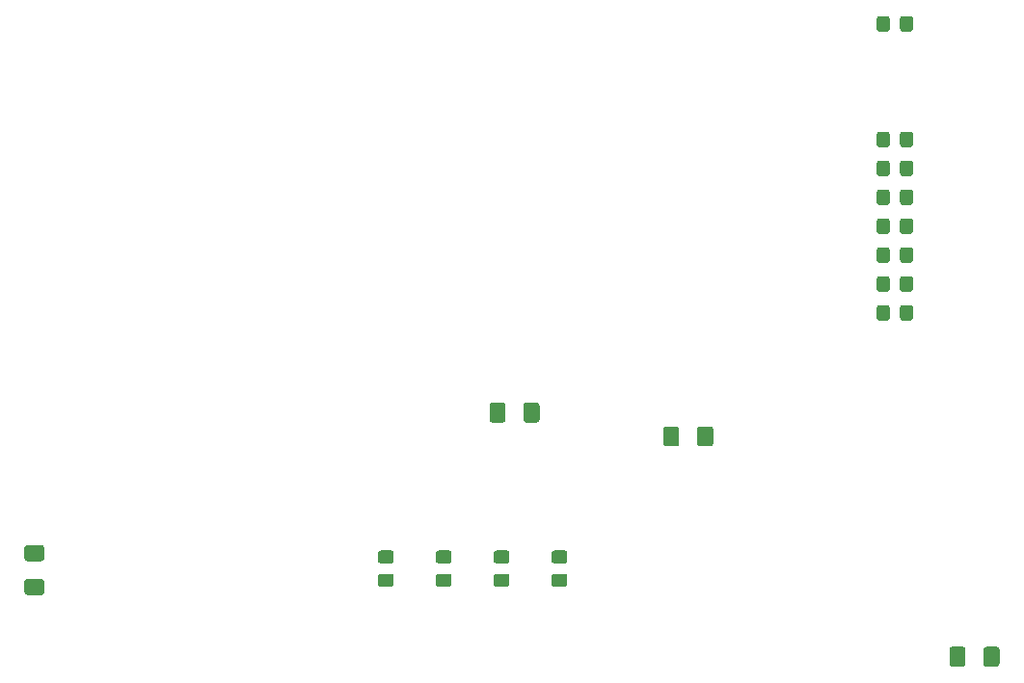
<source format=gbr>
G04 #@! TF.GenerationSoftware,KiCad,Pcbnew,(5.1.6-0-10_14)*
G04 #@! TF.CreationDate,2021-03-04T13:25:14+01:00*
G04 #@! TF.ProjectId,backplane,6261636b-706c-4616-9e65-2e6b69636164,rev?*
G04 #@! TF.SameCoordinates,Original*
G04 #@! TF.FileFunction,Paste,Bot*
G04 #@! TF.FilePolarity,Positive*
%FSLAX46Y46*%
G04 Gerber Fmt 4.6, Leading zero omitted, Abs format (unit mm)*
G04 Created by KiCad (PCBNEW (5.1.6-0-10_14)) date 2021-03-04 13:25:14*
%MOMM*%
%LPD*%
G01*
G04 APERTURE LIST*
G04 APERTURE END LIST*
G04 #@! TO.C,C2*
G36*
G01*
X12837000Y-87770000D02*
X14087000Y-87770000D01*
G75*
G02*
X14337000Y-88020000I0J-250000D01*
G01*
X14337000Y-88945000D01*
G75*
G02*
X14087000Y-89195000I-250000J0D01*
G01*
X12837000Y-89195000D01*
G75*
G02*
X12587000Y-88945000I0J250000D01*
G01*
X12587000Y-88020000D01*
G75*
G02*
X12837000Y-87770000I250000J0D01*
G01*
G37*
G36*
G01*
X12837000Y-84795000D02*
X14087000Y-84795000D01*
G75*
G02*
X14337000Y-85045000I0J-250000D01*
G01*
X14337000Y-85970000D01*
G75*
G02*
X14087000Y-86220000I-250000J0D01*
G01*
X12837000Y-86220000D01*
G75*
G02*
X12587000Y-85970000I0J250000D01*
G01*
X12587000Y-85045000D01*
G75*
G02*
X12837000Y-84795000I250000J0D01*
G01*
G37*
G04 #@! TD*
G04 #@! TO.C,C5*
G36*
G01*
X56401000Y-73777000D02*
X56401000Y-72527000D01*
G75*
G02*
X56651000Y-72277000I250000J0D01*
G01*
X57576000Y-72277000D01*
G75*
G02*
X57826000Y-72527000I0J-250000D01*
G01*
X57826000Y-73777000D01*
G75*
G02*
X57576000Y-74027000I-250000J0D01*
G01*
X56651000Y-74027000D01*
G75*
G02*
X56401000Y-73777000I0J250000D01*
G01*
G37*
G36*
G01*
X53426000Y-73777000D02*
X53426000Y-72527000D01*
G75*
G02*
X53676000Y-72277000I250000J0D01*
G01*
X54601000Y-72277000D01*
G75*
G02*
X54851000Y-72527000I0J-250000D01*
G01*
X54851000Y-73777000D01*
G75*
G02*
X54601000Y-74027000I-250000J0D01*
G01*
X53676000Y-74027000D01*
G75*
G02*
X53426000Y-73777000I0J250000D01*
G01*
G37*
G04 #@! TD*
G04 #@! TO.C,C4*
G36*
G01*
X71641000Y-75872500D02*
X71641000Y-74622500D01*
G75*
G02*
X71891000Y-74372500I250000J0D01*
G01*
X72816000Y-74372500D01*
G75*
G02*
X73066000Y-74622500I0J-250000D01*
G01*
X73066000Y-75872500D01*
G75*
G02*
X72816000Y-76122500I-250000J0D01*
G01*
X71891000Y-76122500D01*
G75*
G02*
X71641000Y-75872500I0J250000D01*
G01*
G37*
G36*
G01*
X68666000Y-75872500D02*
X68666000Y-74622500D01*
G75*
G02*
X68916000Y-74372500I250000J0D01*
G01*
X69841000Y-74372500D01*
G75*
G02*
X70091000Y-74622500I0J-250000D01*
G01*
X70091000Y-75872500D01*
G75*
G02*
X69841000Y-76122500I-250000J0D01*
G01*
X68916000Y-76122500D01*
G75*
G02*
X68666000Y-75872500I0J250000D01*
G01*
G37*
G04 #@! TD*
G04 #@! TO.C,R14*
G36*
G01*
X89477000Y-39439001D02*
X89477000Y-38538999D01*
G75*
G02*
X89726999Y-38289000I249999J0D01*
G01*
X90377001Y-38289000D01*
G75*
G02*
X90627000Y-38538999I0J-249999D01*
G01*
X90627000Y-39439001D01*
G75*
G02*
X90377001Y-39689000I-249999J0D01*
G01*
X89726999Y-39689000D01*
G75*
G02*
X89477000Y-39439001I0J249999D01*
G01*
G37*
G36*
G01*
X87427000Y-39439001D02*
X87427000Y-38538999D01*
G75*
G02*
X87676999Y-38289000I249999J0D01*
G01*
X88327001Y-38289000D01*
G75*
G02*
X88577000Y-38538999I0J-249999D01*
G01*
X88577000Y-39439001D01*
G75*
G02*
X88327001Y-39689000I-249999J0D01*
G01*
X87676999Y-39689000D01*
G75*
G02*
X87427000Y-39439001I0J249999D01*
G01*
G37*
G04 #@! TD*
G04 #@! TO.C,C14*
G36*
G01*
X95237000Y-93990000D02*
X95237000Y-95240000D01*
G75*
G02*
X94987000Y-95490000I-250000J0D01*
G01*
X94062000Y-95490000D01*
G75*
G02*
X93812000Y-95240000I0J250000D01*
G01*
X93812000Y-93990000D01*
G75*
G02*
X94062000Y-93740000I250000J0D01*
G01*
X94987000Y-93740000D01*
G75*
G02*
X95237000Y-93990000I0J-250000D01*
G01*
G37*
G36*
G01*
X98212000Y-93990000D02*
X98212000Y-95240000D01*
G75*
G02*
X97962000Y-95490000I-250000J0D01*
G01*
X97037000Y-95490000D01*
G75*
G02*
X96787000Y-95240000I0J250000D01*
G01*
X96787000Y-93990000D01*
G75*
G02*
X97037000Y-93740000I250000J0D01*
G01*
X97962000Y-93740000D01*
G75*
G02*
X98212000Y-93990000I0J-250000D01*
G01*
G37*
G04 #@! TD*
G04 #@! TO.C,R13*
G36*
G01*
X59112999Y-87318000D02*
X60013001Y-87318000D01*
G75*
G02*
X60263000Y-87567999I0J-249999D01*
G01*
X60263000Y-88218001D01*
G75*
G02*
X60013001Y-88468000I-249999J0D01*
G01*
X59112999Y-88468000D01*
G75*
G02*
X58863000Y-88218001I0J249999D01*
G01*
X58863000Y-87567999D01*
G75*
G02*
X59112999Y-87318000I249999J0D01*
G01*
G37*
G36*
G01*
X59112999Y-85268000D02*
X60013001Y-85268000D01*
G75*
G02*
X60263000Y-85517999I0J-249999D01*
G01*
X60263000Y-86168001D01*
G75*
G02*
X60013001Y-86418000I-249999J0D01*
G01*
X59112999Y-86418000D01*
G75*
G02*
X58863000Y-86168001I0J249999D01*
G01*
X58863000Y-85517999D01*
G75*
G02*
X59112999Y-85268000I249999J0D01*
G01*
G37*
G04 #@! TD*
G04 #@! TO.C,R12*
G36*
G01*
X54032999Y-87318000D02*
X54933001Y-87318000D01*
G75*
G02*
X55183000Y-87567999I0J-249999D01*
G01*
X55183000Y-88218001D01*
G75*
G02*
X54933001Y-88468000I-249999J0D01*
G01*
X54032999Y-88468000D01*
G75*
G02*
X53783000Y-88218001I0J249999D01*
G01*
X53783000Y-87567999D01*
G75*
G02*
X54032999Y-87318000I249999J0D01*
G01*
G37*
G36*
G01*
X54032999Y-85268000D02*
X54933001Y-85268000D01*
G75*
G02*
X55183000Y-85517999I0J-249999D01*
G01*
X55183000Y-86168001D01*
G75*
G02*
X54933001Y-86418000I-249999J0D01*
G01*
X54032999Y-86418000D01*
G75*
G02*
X53783000Y-86168001I0J249999D01*
G01*
X53783000Y-85517999D01*
G75*
G02*
X54032999Y-85268000I249999J0D01*
G01*
G37*
G04 #@! TD*
G04 #@! TO.C,R11*
G36*
G01*
X48952999Y-87318000D02*
X49853001Y-87318000D01*
G75*
G02*
X50103000Y-87567999I0J-249999D01*
G01*
X50103000Y-88218001D01*
G75*
G02*
X49853001Y-88468000I-249999J0D01*
G01*
X48952999Y-88468000D01*
G75*
G02*
X48703000Y-88218001I0J249999D01*
G01*
X48703000Y-87567999D01*
G75*
G02*
X48952999Y-87318000I249999J0D01*
G01*
G37*
G36*
G01*
X48952999Y-85268000D02*
X49853001Y-85268000D01*
G75*
G02*
X50103000Y-85517999I0J-249999D01*
G01*
X50103000Y-86168001D01*
G75*
G02*
X49853001Y-86418000I-249999J0D01*
G01*
X48952999Y-86418000D01*
G75*
G02*
X48703000Y-86168001I0J249999D01*
G01*
X48703000Y-85517999D01*
G75*
G02*
X48952999Y-85268000I249999J0D01*
G01*
G37*
G04 #@! TD*
G04 #@! TO.C,R10*
G36*
G01*
X43872999Y-87318000D02*
X44773001Y-87318000D01*
G75*
G02*
X45023000Y-87567999I0J-249999D01*
G01*
X45023000Y-88218001D01*
G75*
G02*
X44773001Y-88468000I-249999J0D01*
G01*
X43872999Y-88468000D01*
G75*
G02*
X43623000Y-88218001I0J249999D01*
G01*
X43623000Y-87567999D01*
G75*
G02*
X43872999Y-87318000I249999J0D01*
G01*
G37*
G36*
G01*
X43872999Y-85268000D02*
X44773001Y-85268000D01*
G75*
G02*
X45023000Y-85517999I0J-249999D01*
G01*
X45023000Y-86168001D01*
G75*
G02*
X44773001Y-86418000I-249999J0D01*
G01*
X43872999Y-86418000D01*
G75*
G02*
X43623000Y-86168001I0J249999D01*
G01*
X43623000Y-85517999D01*
G75*
G02*
X43872999Y-85268000I249999J0D01*
G01*
G37*
G04 #@! TD*
G04 #@! TO.C,R8*
G36*
G01*
X89477000Y-52139001D02*
X89477000Y-51238999D01*
G75*
G02*
X89726999Y-50989000I249999J0D01*
G01*
X90377001Y-50989000D01*
G75*
G02*
X90627000Y-51238999I0J-249999D01*
G01*
X90627000Y-52139001D01*
G75*
G02*
X90377001Y-52389000I-249999J0D01*
G01*
X89726999Y-52389000D01*
G75*
G02*
X89477000Y-52139001I0J249999D01*
G01*
G37*
G36*
G01*
X87427000Y-52139001D02*
X87427000Y-51238999D01*
G75*
G02*
X87676999Y-50989000I249999J0D01*
G01*
X88327001Y-50989000D01*
G75*
G02*
X88577000Y-51238999I0J-249999D01*
G01*
X88577000Y-52139001D01*
G75*
G02*
X88327001Y-52389000I-249999J0D01*
G01*
X87676999Y-52389000D01*
G75*
G02*
X87427000Y-52139001I0J249999D01*
G01*
G37*
G04 #@! TD*
G04 #@! TO.C,R7*
G36*
G01*
X89477000Y-64839001D02*
X89477000Y-63938999D01*
G75*
G02*
X89726999Y-63689000I249999J0D01*
G01*
X90377001Y-63689000D01*
G75*
G02*
X90627000Y-63938999I0J-249999D01*
G01*
X90627000Y-64839001D01*
G75*
G02*
X90377001Y-65089000I-249999J0D01*
G01*
X89726999Y-65089000D01*
G75*
G02*
X89477000Y-64839001I0J249999D01*
G01*
G37*
G36*
G01*
X87427000Y-64839001D02*
X87427000Y-63938999D01*
G75*
G02*
X87676999Y-63689000I249999J0D01*
G01*
X88327001Y-63689000D01*
G75*
G02*
X88577000Y-63938999I0J-249999D01*
G01*
X88577000Y-64839001D01*
G75*
G02*
X88327001Y-65089000I-249999J0D01*
G01*
X87676999Y-65089000D01*
G75*
G02*
X87427000Y-64839001I0J249999D01*
G01*
G37*
G04 #@! TD*
G04 #@! TO.C,R6*
G36*
G01*
X89468000Y-62299001D02*
X89468000Y-61398999D01*
G75*
G02*
X89717999Y-61149000I249999J0D01*
G01*
X90368001Y-61149000D01*
G75*
G02*
X90618000Y-61398999I0J-249999D01*
G01*
X90618000Y-62299001D01*
G75*
G02*
X90368001Y-62549000I-249999J0D01*
G01*
X89717999Y-62549000D01*
G75*
G02*
X89468000Y-62299001I0J249999D01*
G01*
G37*
G36*
G01*
X87418000Y-62299001D02*
X87418000Y-61398999D01*
G75*
G02*
X87667999Y-61149000I249999J0D01*
G01*
X88318001Y-61149000D01*
G75*
G02*
X88568000Y-61398999I0J-249999D01*
G01*
X88568000Y-62299001D01*
G75*
G02*
X88318001Y-62549000I-249999J0D01*
G01*
X87667999Y-62549000D01*
G75*
G02*
X87418000Y-62299001I0J249999D01*
G01*
G37*
G04 #@! TD*
G04 #@! TO.C,R5*
G36*
G01*
X89477000Y-59759001D02*
X89477000Y-58858999D01*
G75*
G02*
X89726999Y-58609000I249999J0D01*
G01*
X90377001Y-58609000D01*
G75*
G02*
X90627000Y-58858999I0J-249999D01*
G01*
X90627000Y-59759001D01*
G75*
G02*
X90377001Y-60009000I-249999J0D01*
G01*
X89726999Y-60009000D01*
G75*
G02*
X89477000Y-59759001I0J249999D01*
G01*
G37*
G36*
G01*
X87427000Y-59759001D02*
X87427000Y-58858999D01*
G75*
G02*
X87676999Y-58609000I249999J0D01*
G01*
X88327001Y-58609000D01*
G75*
G02*
X88577000Y-58858999I0J-249999D01*
G01*
X88577000Y-59759001D01*
G75*
G02*
X88327001Y-60009000I-249999J0D01*
G01*
X87676999Y-60009000D01*
G75*
G02*
X87427000Y-59759001I0J249999D01*
G01*
G37*
G04 #@! TD*
G04 #@! TO.C,R4*
G36*
G01*
X89468000Y-57219001D02*
X89468000Y-56318999D01*
G75*
G02*
X89717999Y-56069000I249999J0D01*
G01*
X90368001Y-56069000D01*
G75*
G02*
X90618000Y-56318999I0J-249999D01*
G01*
X90618000Y-57219001D01*
G75*
G02*
X90368001Y-57469000I-249999J0D01*
G01*
X89717999Y-57469000D01*
G75*
G02*
X89468000Y-57219001I0J249999D01*
G01*
G37*
G36*
G01*
X87418000Y-57219001D02*
X87418000Y-56318999D01*
G75*
G02*
X87667999Y-56069000I249999J0D01*
G01*
X88318001Y-56069000D01*
G75*
G02*
X88568000Y-56318999I0J-249999D01*
G01*
X88568000Y-57219001D01*
G75*
G02*
X88318001Y-57469000I-249999J0D01*
G01*
X87667999Y-57469000D01*
G75*
G02*
X87418000Y-57219001I0J249999D01*
G01*
G37*
G04 #@! TD*
G04 #@! TO.C,R3*
G36*
G01*
X89477000Y-54679001D02*
X89477000Y-53778999D01*
G75*
G02*
X89726999Y-53529000I249999J0D01*
G01*
X90377001Y-53529000D01*
G75*
G02*
X90627000Y-53778999I0J-249999D01*
G01*
X90627000Y-54679001D01*
G75*
G02*
X90377001Y-54929000I-249999J0D01*
G01*
X89726999Y-54929000D01*
G75*
G02*
X89477000Y-54679001I0J249999D01*
G01*
G37*
G36*
G01*
X87427000Y-54679001D02*
X87427000Y-53778999D01*
G75*
G02*
X87676999Y-53529000I249999J0D01*
G01*
X88327001Y-53529000D01*
G75*
G02*
X88577000Y-53778999I0J-249999D01*
G01*
X88577000Y-54679001D01*
G75*
G02*
X88327001Y-54929000I-249999J0D01*
G01*
X87676999Y-54929000D01*
G75*
G02*
X87427000Y-54679001I0J249999D01*
G01*
G37*
G04 #@! TD*
G04 #@! TO.C,R1*
G36*
G01*
X89477000Y-49599001D02*
X89477000Y-48698999D01*
G75*
G02*
X89726999Y-48449000I249999J0D01*
G01*
X90377001Y-48449000D01*
G75*
G02*
X90627000Y-48698999I0J-249999D01*
G01*
X90627000Y-49599001D01*
G75*
G02*
X90377001Y-49849000I-249999J0D01*
G01*
X89726999Y-49849000D01*
G75*
G02*
X89477000Y-49599001I0J249999D01*
G01*
G37*
G36*
G01*
X87427000Y-49599001D02*
X87427000Y-48698999D01*
G75*
G02*
X87676999Y-48449000I249999J0D01*
G01*
X88327001Y-48449000D01*
G75*
G02*
X88577000Y-48698999I0J-249999D01*
G01*
X88577000Y-49599001D01*
G75*
G02*
X88327001Y-49849000I-249999J0D01*
G01*
X87676999Y-49849000D01*
G75*
G02*
X87427000Y-49599001I0J249999D01*
G01*
G37*
G04 #@! TD*
M02*

</source>
